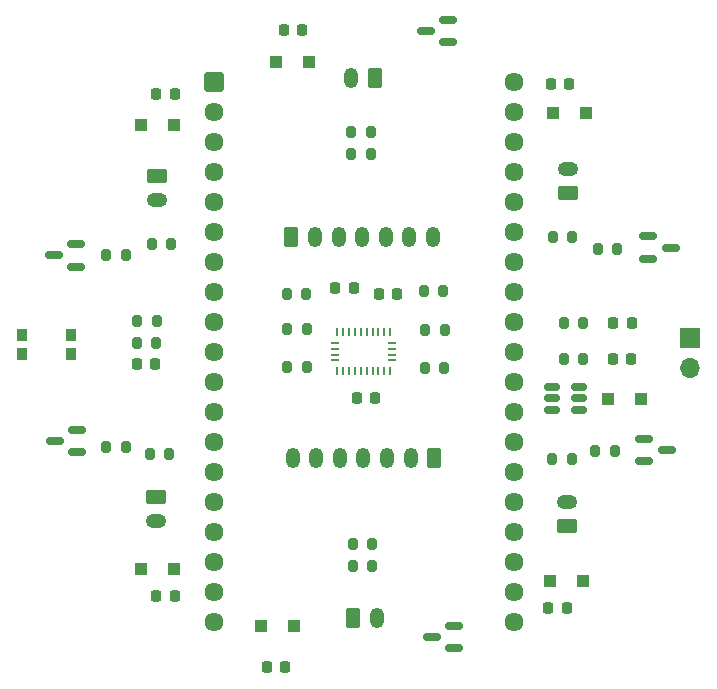
<source format=gts>
G04 #@! TF.GenerationSoftware,KiCad,Pcbnew,8.0.8-8.0.8-0~ubuntu24.04.1*
G04 #@! TF.CreationDate,2025-03-31T18:32:50+09:00*
G04 #@! TF.ProjectId,multicopter,6d756c74-6963-46f7-9074-65722e6b6963,rev?*
G04 #@! TF.SameCoordinates,Original*
G04 #@! TF.FileFunction,Soldermask,Top*
G04 #@! TF.FilePolarity,Negative*
%FSLAX46Y46*%
G04 Gerber Fmt 4.6, Leading zero omitted, Abs format (unit mm)*
G04 Created by KiCad (PCBNEW 8.0.8-8.0.8-0~ubuntu24.04.1) date 2025-03-31 18:32:50*
%MOMM*%
%LPD*%
G01*
G04 APERTURE LIST*
G04 Aperture macros list*
%AMRoundRect*
0 Rectangle with rounded corners*
0 $1 Rounding radius*
0 $2 $3 $4 $5 $6 $7 $8 $9 X,Y pos of 4 corners*
0 Add a 4 corners polygon primitive as box body*
4,1,4,$2,$3,$4,$5,$6,$7,$8,$9,$2,$3,0*
0 Add four circle primitives for the rounded corners*
1,1,$1+$1,$2,$3*
1,1,$1+$1,$4,$5*
1,1,$1+$1,$6,$7*
1,1,$1+$1,$8,$9*
0 Add four rect primitives between the rounded corners*
20,1,$1+$1,$2,$3,$4,$5,0*
20,1,$1+$1,$4,$5,$6,$7,0*
20,1,$1+$1,$6,$7,$8,$9,0*
20,1,$1+$1,$8,$9,$2,$3,0*%
G04 Aperture macros list end*
%ADD10RoundRect,0.200000X-0.200000X-0.275000X0.200000X-0.275000X0.200000X0.275000X-0.200000X0.275000X0*%
%ADD11RoundRect,0.225000X-0.225000X-0.250000X0.225000X-0.250000X0.225000X0.250000X-0.225000X0.250000X0*%
%ADD12RoundRect,0.150000X-0.587500X-0.150000X0.587500X-0.150000X0.587500X0.150000X-0.587500X0.150000X0*%
%ADD13RoundRect,0.200000X0.200000X0.275000X-0.200000X0.275000X-0.200000X-0.275000X0.200000X-0.275000X0*%
%ADD14RoundRect,0.150000X-0.512500X-0.150000X0.512500X-0.150000X0.512500X0.150000X-0.512500X0.150000X0*%
%ADD15RoundRect,0.250000X-0.625000X0.350000X-0.625000X-0.350000X0.625000X-0.350000X0.625000X0.350000X0*%
%ADD16O,1.750000X1.200000*%
%ADD17RoundRect,0.250000X0.625000X-0.350000X0.625000X0.350000X-0.625000X0.350000X-0.625000X-0.350000X0*%
%ADD18RoundRect,0.150000X0.587500X0.150000X-0.587500X0.150000X-0.587500X-0.150000X0.587500X-0.150000X0*%
%ADD19RoundRect,0.225000X0.225000X0.250000X-0.225000X0.250000X-0.225000X-0.250000X0.225000X-0.250000X0*%
%ADD20RoundRect,0.250000X-0.300000X-0.300000X0.300000X-0.300000X0.300000X0.300000X-0.300000X0.300000X0*%
%ADD21RoundRect,0.218750X-0.218750X-0.256250X0.218750X-0.256250X0.218750X0.256250X-0.218750X0.256250X0*%
%ADD22RoundRect,0.250000X0.300000X0.300000X-0.300000X0.300000X-0.300000X-0.300000X0.300000X-0.300000X0*%
%ADD23RoundRect,0.250000X0.350000X0.625000X-0.350000X0.625000X-0.350000X-0.625000X0.350000X-0.625000X0*%
%ADD24O,1.200000X1.750000*%
%ADD25RoundRect,0.250000X-0.350000X-0.625000X0.350000X-0.625000X0.350000X0.625000X-0.350000X0.625000X0*%
%ADD26R,1.700000X1.700000*%
%ADD27O,1.700000X1.700000*%
%ADD28R,0.900000X1.000000*%
%ADD29R,0.254000X0.675000*%
%ADD30R,0.675000X0.254000*%
%ADD31RoundRect,0.102000X-0.704000X-0.704000X0.704000X-0.704000X0.704000X0.704000X-0.704000X0.704000X0*%
%ADD32C,1.612000*%
G04 APERTURE END LIST*
D10*
X78395000Y-84280000D03*
X80045000Y-84280000D03*
D11*
X91965000Y-119190000D03*
X93515000Y-119190000D03*
D10*
X99145000Y-73870000D03*
X100795000Y-73870000D03*
D12*
X123950000Y-99870000D03*
X123950000Y-101770000D03*
X125825000Y-100820000D03*
D13*
X95385000Y-90550000D03*
X93735000Y-90550000D03*
D11*
X116045000Y-69810000D03*
X117595000Y-69810000D03*
D14*
X116160000Y-95500000D03*
X116160000Y-96450000D03*
X116160000Y-97400000D03*
X118435000Y-97400000D03*
X118435000Y-96450000D03*
X118435000Y-95500000D03*
D13*
X100920000Y-108820000D03*
X99270000Y-108820000D03*
D15*
X82580000Y-104830000D03*
D16*
X82580000Y-106830000D03*
D15*
X82650000Y-77640000D03*
D16*
X82650000Y-79640000D03*
D17*
X117410000Y-107230000D03*
D16*
X117410000Y-105230000D03*
D18*
X75857500Y-85300000D03*
X75857500Y-83400000D03*
X73982500Y-84350000D03*
D11*
X115810000Y-114200000D03*
X117360000Y-114200000D03*
D10*
X78385000Y-100600000D03*
X80035000Y-100600000D03*
D13*
X117785000Y-101580000D03*
X116135000Y-101580000D03*
D19*
X84175000Y-113190000D03*
X82625000Y-113190000D03*
D20*
X116180000Y-72290000D03*
X118980000Y-72290000D03*
D13*
X121445000Y-100900000D03*
X119795000Y-100900000D03*
X82615000Y-91760000D03*
X80965000Y-91760000D03*
X117845000Y-82760000D03*
X116195000Y-82760000D03*
D21*
X80962500Y-93560000D03*
X82537500Y-93560000D03*
D10*
X120025000Y-83760000D03*
X121675000Y-83760000D03*
D22*
X123647500Y-96490000D03*
X120847500Y-96490000D03*
D13*
X82650000Y-89870000D03*
X81000000Y-89870000D03*
X100780000Y-75720000D03*
X99130000Y-75720000D03*
X118755000Y-90030000D03*
X117105000Y-90030000D03*
D17*
X117490000Y-79040000D03*
D16*
X117490000Y-77040000D03*
D23*
X101150000Y-69320000D03*
D24*
X99150000Y-69320000D03*
D18*
X75947500Y-101012500D03*
X75947500Y-99112500D03*
X74072500Y-100062500D03*
D10*
X82065000Y-101150000D03*
X83715000Y-101150000D03*
X105390000Y-90670000D03*
X107040000Y-90670000D03*
D20*
X115942500Y-111910000D03*
X118742500Y-111910000D03*
X92740000Y-67990000D03*
X95540000Y-67990000D03*
D10*
X93675000Y-87650000D03*
X95325000Y-87650000D03*
X99260000Y-110600000D03*
X100910000Y-110600000D03*
X105370000Y-93850000D03*
X107020000Y-93850000D03*
D25*
X99290000Y-115070000D03*
D24*
X101290000Y-115070000D03*
D22*
X84117500Y-73290000D03*
X81317500Y-73290000D03*
D26*
X127800000Y-91325000D03*
D27*
X127800000Y-93865000D03*
D19*
X122880000Y-90040000D03*
X121330000Y-90040000D03*
D28*
X75390000Y-92710000D03*
X71290000Y-92710000D03*
X75390000Y-91110000D03*
X71290000Y-91110000D03*
D13*
X95365000Y-93820000D03*
X93715000Y-93820000D03*
D10*
X105280000Y-87400000D03*
X106930000Y-87400000D03*
X82225000Y-83370000D03*
X83875000Y-83370000D03*
D18*
X107330000Y-66280000D03*
X107330000Y-64380000D03*
X105455000Y-65330000D03*
D29*
X97935000Y-90827500D03*
D30*
X97797500Y-91740000D03*
X97797500Y-92240000D03*
X97797500Y-92740000D03*
X97797500Y-93240000D03*
D29*
X97935000Y-94152500D03*
X98435000Y-94152500D03*
X98935000Y-94152500D03*
X99435000Y-94152500D03*
X99935000Y-94152500D03*
X100435000Y-94152500D03*
X100935000Y-94152500D03*
X101435000Y-94152500D03*
X101935000Y-94152500D03*
X102435000Y-94152500D03*
D30*
X102572500Y-93240000D03*
X102572500Y-92740000D03*
X102572500Y-92240000D03*
X102572500Y-91740000D03*
D29*
X102435000Y-90827500D03*
X101935000Y-90827500D03*
X101435000Y-90827500D03*
X100935000Y-90827500D03*
X100435000Y-90827500D03*
X99935000Y-90827500D03*
X99435000Y-90827500D03*
X98935000Y-90827500D03*
X98435000Y-90827500D03*
D31*
X87485000Y-69655000D03*
D32*
X87485000Y-72195000D03*
X87485000Y-74735000D03*
X87485000Y-77275000D03*
X87485000Y-79815000D03*
X87485000Y-82355000D03*
X87485000Y-84895000D03*
X87485000Y-87435000D03*
X87485000Y-89975000D03*
X87485000Y-92515000D03*
X87485000Y-95055000D03*
X87485000Y-97595000D03*
X87485000Y-100135000D03*
X87485000Y-102675000D03*
X87485000Y-105215000D03*
X87485000Y-107755000D03*
X87485000Y-110295000D03*
X87485000Y-112835000D03*
X87485000Y-115375000D03*
X112885000Y-69655000D03*
X112885000Y-72195000D03*
X112885000Y-74735000D03*
X112885000Y-77275000D03*
X112885000Y-79815000D03*
X112885000Y-82355000D03*
X112885000Y-84895000D03*
X112885000Y-87435000D03*
X112885000Y-89975000D03*
X112885000Y-92515000D03*
X112885000Y-95055000D03*
X112885000Y-97595000D03*
X112885000Y-100135000D03*
X112885000Y-102675000D03*
X112885000Y-105215000D03*
X112885000Y-107755000D03*
X112885000Y-110295000D03*
X112885000Y-112835000D03*
X112885000Y-115375000D03*
D11*
X99595000Y-96380000D03*
X101145000Y-96380000D03*
D19*
X99335000Y-87090000D03*
X97785000Y-87090000D03*
D18*
X107807500Y-117590000D03*
X107807500Y-115690000D03*
X105932500Y-116640000D03*
D19*
X84175000Y-70640000D03*
X82625000Y-70640000D03*
X103005000Y-87620000D03*
X101455000Y-87620000D03*
D11*
X93430000Y-65240000D03*
X94980000Y-65240000D03*
D22*
X84110000Y-110860000D03*
X81310000Y-110860000D03*
D10*
X117105000Y-93130000D03*
X118755000Y-93130000D03*
D12*
X124292500Y-82740000D03*
X124292500Y-84640000D03*
X126167500Y-83690000D03*
D11*
X121265000Y-93150000D03*
X122815000Y-93150000D03*
D20*
X91502500Y-115740000D03*
X94302500Y-115740000D03*
D23*
X106160000Y-101470000D03*
D24*
X104160000Y-101470000D03*
X102160000Y-101470000D03*
X100160000Y-101470000D03*
X98160000Y-101470000D03*
X96160000Y-101470000D03*
X94160000Y-101470000D03*
D25*
X94060000Y-82820000D03*
D24*
X96060000Y-82820000D03*
X98060000Y-82820000D03*
X100060000Y-82820000D03*
X102060000Y-82820000D03*
X104060000Y-82820000D03*
X106060000Y-82820000D03*
M02*

</source>
